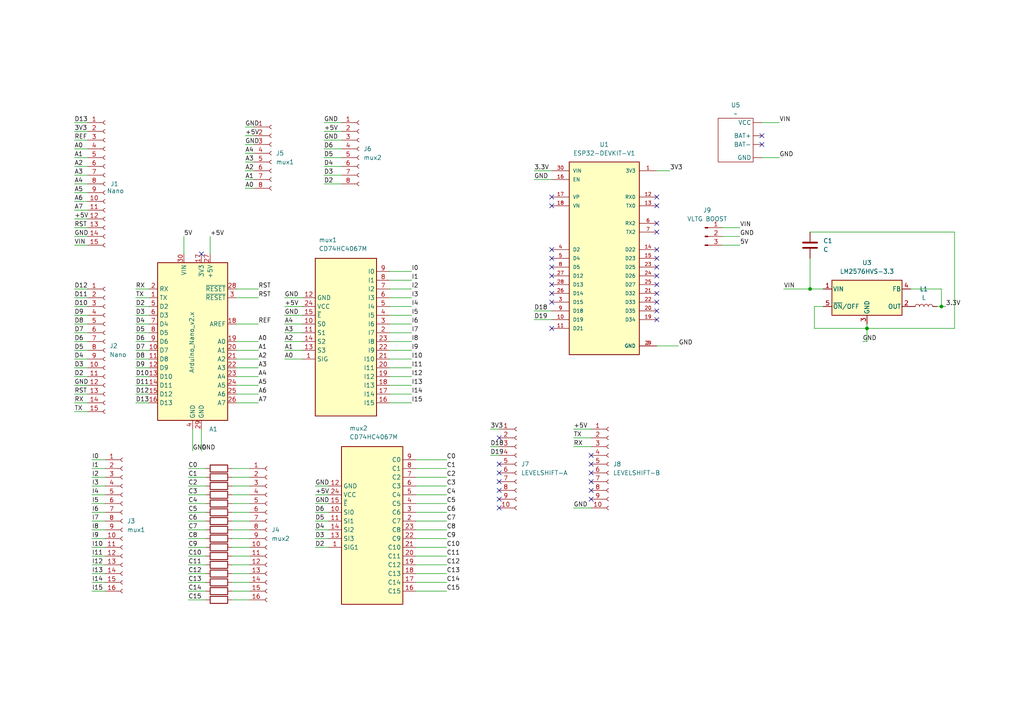
<source format=kicad_sch>
(kicad_sch (version 20231120) (generator "eeschema") (generator_version "8.0")
  (paper "A4")
  (lib_symbols
    (symbol "Battery_Management:TP4056_module"
      (property "Reference" "U" (at -1.524 -11.684 0))
      (symbol "TP4056_module_1_1"
        (pin output line (at 8.89 2.54 180) (length 2.54) (name "BAT+") (number ""))
        (pin output line (at 8.89 0 180) (length 2.54) (name "BAT-") (number ""))
        (pin output line (at 8.89 -3.81 180) (length 2.54) (name "GND") (number ""))
        (pin output line (at 8.89 6.35 180) (length 2.54) (name "VCC") (number ""))
      )
    )
    (symbol "CD74HC4067M_1"
      (property "Reference" "U3" (at 2.1941 26.67 0))
      (property "Value" "CD74HC4067M" (at 2.1941 24.13 0))
      (symbol "CD74HC4067M_1_1_1"
        (pin passive line (at -12.7 -7.62 0) (length 3.81) (name "SIG") (number "1"))
        (pin input line (at -12.7 2.54 0) (length 3.81) (name "S0") (number "10"))
        (pin input line (at -12.7 0 0) (length 3.81) (name "S1") (number "11"))
        (pin power_in line (at -12.7 10.16 0) (length 3.81) (name "GND") (number "12"))
        (pin input line (at -12.7 -5.08 0) (length 3.81) (name "S3") (number "13"))
        (pin input line (at -12.7 -2.54 0) (length 3.81) (name "S2") (number "14"))
        (pin input line (at -12.7 5.08 0) (length 3.81) (name "~{E}") (number "15"))
        (pin passive line (at 12.7 -20.32 180) (length 3.81) (name "I15") (number "16"))
        (pin passive line (at 12.7 -17.78 180) (length 3.81) (name "I14") (number "17"))
        (pin passive line (at 12.7 -15.24 180) (length 3.81) (name "I13") (number "18"))
        (pin passive line (at 12.7 -12.7 180) (length 3.81) (name "I12") (number "19"))
        (pin passive line (at 12.7 0 180) (length 3.81) (name "I7") (number "2"))
        (pin passive line (at 12.7 -10.16 180) (length 3.81) (name "I11") (number "20"))
        (pin passive line (at 12.7 -7.62 180) (length 3.81) (name "I10") (number "21"))
        (pin passive line (at 12.7 -5.08 180) (length 3.81) (name "I9") (number "22"))
        (pin passive line (at 12.7 -2.54 180) (length 3.81) (name "I8") (number "23"))
        (pin power_in line (at -12.7 7.62 0) (length 3.81) (name "VCC") (number "24"))
        (pin passive line (at 12.7 2.54 180) (length 3.81) (name "I6") (number "3"))
        (pin passive line (at 12.7 5.08 180) (length 3.81) (name "I5") (number "4"))
        (pin passive line (at 12.7 7.62 180) (length 3.81) (name "I4") (number "5"))
        (pin passive line (at 12.7 10.16 180) (length 3.81) (name "I3") (number "6"))
        (pin passive line (at 12.7 12.7 180) (length 3.81) (name "I2") (number "7"))
        (pin passive line (at 12.7 15.24 180) (length 3.81) (name "I1") (number "8"))
        (pin passive line (at 12.7 17.78 180) (length 3.81) (name "I0") (number "9"))
      )
    )
    (symbol "CD74HC4067M_2"
      (property "Reference" "U1" (at 2.1941 26.67 0))
      (property "Value" "CD74HC4067M" (at 2.1941 24.13 0))
      (symbol "CD74HC4067M_2_1_1"
        (pin passive line (at -12.7 -7.62 0) (length 3.81) (name "SIG1") (number "1"))
        (pin input line (at -12.7 2.54 0) (length 3.81) (name "SI0") (number "10"))
        (pin input line (at -12.7 0 0) (length 3.81) (name "SI1") (number "11"))
        (pin power_in line (at -12.7 10.16 0) (length 3.81) (name "GND") (number "12"))
        (pin input line (at -12.7 -5.08 0) (length 3.81) (name "SI3") (number "13"))
        (pin input line (at -12.7 -2.54 0) (length 3.81) (name "SI2") (number "14"))
        (pin input line (at -12.7 5.08 0) (length 3.81) (name "~{E}") (number "15"))
        (pin passive line (at 12.7 -20.32 180) (length 3.81) (name "C15") (number "16"))
        (pin passive line (at 12.7 -17.78 180) (length 3.81) (name "C14") (number "17"))
        (pin passive line (at 12.7 -15.24 180) (length 3.81) (name "C13") (number "18"))
        (pin passive line (at 12.7 -12.7 180) (length 3.81) (name "C12") (number "19"))
        (pin passive line (at 12.7 0 180) (length 3.81) (name "C7") (number "2"))
        (pin passive line (at 12.7 -10.16 180) (length 3.81) (name "C11") (number "20"))
        (pin passive line (at 12.7 -7.62 180) (length 3.81) (name "C10") (number "21"))
        (pin passive line (at 12.7 -5.08 180) (length 3.81) (name "C9") (number "22"))
        (pin passive line (at 12.7 -2.54 180) (length 3.81) (name "C8") (number "23"))
        (pin power_in line (at -12.7 7.62 0) (length 3.81) (name "VCC") (number "24"))
        (pin passive line (at 12.7 2.54 180) (length 3.81) (name "C6") (number "3"))
        (pin passive line (at 12.7 5.08 180) (length 3.81) (name "C5") (number "4"))
        (pin passive line (at 12.7 7.62 180) (length 3.81) (name "C4") (number "5"))
        (pin passive line (at 12.7 10.16 180) (length 3.81) (name "C3") (number "6"))
        (pin passive line (at 12.7 12.7 180) (length 3.81) (name "C2") (number "7"))
        (pin passive line (at 12.7 15.24 180) (length 3.81) (name "C1") (number "8"))
        (pin passive line (at 12.7 17.78 180) (length 3.81) (name "C0") (number "9"))
      )
    )
    (symbol "Conn_01x15_Socket_1" (pin_names (offset 1.016) hide)
      (property "Reference" "J2" (at 1.27 1.2701 0))
      (property "Value" "Nano" (at 1.27 -1.2699 0))
      (symbol "Conn_01x15_Socket_1_1_1"
        (pin passive line (at -5.08 17.78 0) (length 3.81) (name "Pin_1") (number "1"))
        (pin passive line (at -5.08 -5.08 0) (length 3.81) (name "Pin_10") (number "10"))
        (pin passive line (at -5.08 -7.62 0) (length 3.81) (name "Pin_11") (number "11"))
        (pin input line (at -5.08 -10.16 0) (length 3.81) (name "Pin_12") (number "12"))
        (pin passive line (at -5.08 -12.7 0) (length 3.81) (name "Pin_13") (number "13"))
        (pin passive line (at -5.08 -15.24 0) (length 3.81) (name "Pin_14") (number "14"))
        (pin passive line (at -5.08 -17.78 0) (length 3.81) (name "Pin_15") (number "15"))
        (pin passive line (at -5.08 15.24 0) (length 3.81) (name "Pin_2") (number "2"))
        (pin passive line (at -5.08 12.7 0) (length 3.81) (name "Pin_3") (number "3"))
        (pin passive line (at -5.08 10.16 0) (length 3.81) (name "Pin_4") (number "4"))
        (pin passive line (at -5.08 7.62 0) (length 3.81) (name "Pin_5") (number "5"))
        (pin passive line (at -5.08 5.08 0) (length 3.81) (name "Pin_6") (number "6"))
        (pin passive line (at -5.08 2.54 0) (length 3.81) (name "Pin_7") (number "7"))
        (pin passive line (at -5.08 0 0) (length 3.81) (name "Pin_8") (number "8"))
        (pin passive line (at -5.08 -2.54 0) (length 3.81) (name "Pin_9") (number "9"))
      )
    )
    (symbol "Connector:Conn_01x03_Pin" (pin_names (offset 1.016) hide)
      (property "Reference" "J" (at 0 5.08 0))
      (property "Value" "Conn_01x03_Pin" (at 0 -5.08 0))
      (symbol "Conn_01x03_Pin_1_1"
        (pin passive line (at 5.08 2.54 180) (length 3.81) (name "Pin_1") (number "1"))
        (pin passive line (at 5.08 0 180) (length 3.81) (name "Pin_2") (number "2"))
        (pin passive line (at 5.08 -2.54 180) (length 3.81) (name "Pin_3") (number "3"))
      )
    )
    (symbol "Connector:Conn_01x08_Socket" (pin_names (offset 1.016) hide)
      (property "Reference" "J" (at 0 10.16 0))
      (property "Value" "Conn_01x08_Socket" (at 0 -12.7 0))
      (symbol "Conn_01x08_Socket_1_1"
        (pin passive line (at -5.08 7.62 0) (length 3.81) (name "Pin_1") (number "1"))
        (pin passive line (at -5.08 5.08 0) (length 3.81) (name "Pin_2") (number "2"))
        (pin passive line (at -5.08 2.54 0) (length 3.81) (name "Pin_3") (number "3"))
        (pin passive line (at -5.08 0 0) (length 3.81) (name "Pin_4") (number "4"))
        (pin passive line (at -5.08 -2.54 0) (length 3.81) (name "Pin_5") (number "5"))
        (pin passive line (at -5.08 -5.08 0) (length 3.81) (name "Pin_6") (number "6"))
        (pin passive line (at -5.08 -7.62 0) (length 3.81) (name "Pin_7") (number "7"))
        (pin passive line (at -5.08 -10.16 0) (length 3.81) (name "Pin_8") (number "8"))
      )
    )
    (symbol "Connector:Conn_01x10_Socket" (pin_names (offset 1.016) hide)
      (property "Reference" "J" (at 0 12.7 0))
      (property "Value" "Conn_01x10_Socket" (at 0 -15.24 0))
      (symbol "Conn_01x10_Socket_1_1"
        (pin passive line (at -5.08 10.16 0) (length 3.81) (name "Pin_1") (number "1"))
        (pin passive line (at -5.08 -12.7 0) (length 3.81) (name "Pin_10") (number "10"))
        (pin passive line (at -5.08 7.62 0) (length 3.81) (name "Pin_2") (number "2"))
        (pin passive line (at -5.08 5.08 0) (length 3.81) (name "Pin_3") (number "3"))
        (pin passive line (at -5.08 2.54 0) (length 3.81) (name "Pin_4") (number "4"))
        (pin passive line (at -5.08 0 0) (length 3.81) (name "Pin_5") (number "5"))
        (pin passive line (at -5.08 -2.54 0) (length 3.81) (name "Pin_6") (number "6"))
        (pin passive line (at -5.08 -5.08 0) (length 3.81) (name "Pin_7") (number "7"))
        (pin passive line (at -5.08 -7.62 0) (length 3.81) (name "Pin_8") (number "8"))
        (pin passive line (at -5.08 -10.16 0) (length 3.81) (name "Pin_9") (number "9"))
      )
    )
    (symbol "Connector:Conn_01x15_Socket" (pin_names (offset 1.016) hide)
      (property "Reference" "J1" (at 1.524 0 0))
      (property "Value" "Nano" (at 0.508 -2.032 0))
      (symbol "Conn_01x15_Socket_1_1"
        (pin passive line (at -5.08 17.78 0) (length 3.81) (name "Pin_1") (number "1"))
        (pin passive line (at -5.08 -5.08 0) (length 3.81) (name "Pin_10") (number "10"))
        (pin passive line (at -5.08 -7.62 0) (length 3.81) (name "Pin_11") (number "11"))
        (pin passive line (at -5.08 -10.16 0) (length 3.81) (name "Pin_12") (number "12"))
        (pin passive line (at -5.08 -12.7 0) (length 3.81) (name "Pin_13") (number "13"))
        (pin input line (at -5.08 -15.24 0) (length 3.81) (name "Pin_14") (number "14"))
        (pin passive line (at -5.08 -17.78 0) (length 3.81) (name "Pin_15") (number "15"))
        (pin passive line (at -5.08 15.24 0) (length 3.81) (name "Pin_2") (number "2"))
        (pin passive line (at -5.08 12.7 0) (length 3.81) (name "Pin_3") (number "3"))
        (pin passive line (at -5.08 10.16 0) (length 3.81) (name "Pin_4") (number "4"))
        (pin passive line (at -5.08 7.62 0) (length 3.81) (name "Pin_5") (number "5"))
        (pin passive line (at -5.08 5.08 0) (length 3.81) (name "Pin_6") (number "6"))
        (pin passive line (at -5.08 2.54 0) (length 3.81) (name "Pin_7") (number "7"))
        (pin passive line (at -5.08 0 0) (length 3.81) (name "Pin_8") (number "8"))
        (pin passive line (at -5.08 -2.54 0) (length 3.81) (name "Pin_9") (number "9"))
      )
    )
    (symbol "Connector:Conn_01x16_Socket" (pin_names (offset 1.016) hide)
      (property "Reference" "J" (at 0 20.32 0))
      (property "Value" "Conn_01x16_Socket" (at 0 -22.86 0))
      (symbol "Conn_01x16_Socket_1_1"
        (pin passive line (at -5.08 17.78 0) (length 3.81) (name "Pin_1") (number "1"))
        (pin passive line (at -5.08 -5.08 0) (length 3.81) (name "Pin_10") (number "10"))
        (pin passive line (at -5.08 -7.62 0) (length 3.81) (name "Pin_11") (number "11"))
        (pin passive line (at -5.08 -10.16 0) (length 3.81) (name "Pin_12") (number "12"))
        (pin passive line (at -5.08 -12.7 0) (length 3.81) (name "Pin_13") (number "13"))
        (pin passive line (at -5.08 -15.24 0) (length 3.81) (name "Pin_14") (number "14"))
        (pin passive line (at -5.08 -17.78 0) (length 3.81) (name "Pin_15") (number "15"))
        (pin passive line (at -5.08 -20.32 0) (length 3.81) (name "Pin_16") (number "16"))
        (pin passive line (at -5.08 15.24 0) (length 3.81) (name "Pin_2") (number "2"))
        (pin passive line (at -5.08 12.7 0) (length 3.81) (name "Pin_3") (number "3"))
        (pin passive line (at -5.08 10.16 0) (length 3.81) (name "Pin_4") (number "4"))
        (pin passive line (at -5.08 7.62 0) (length 3.81) (name "Pin_5") (number "5"))
        (pin passive line (at -5.08 5.08 0) (length 3.81) (name "Pin_6") (number "6"))
        (pin passive line (at -5.08 2.54 0) (length 3.81) (name "Pin_7") (number "7"))
        (pin passive line (at -5.08 0 0) (length 3.81) (name "Pin_8") (number "8"))
        (pin passive line (at -5.08 -2.54 0) (length 3.81) (name "Pin_9") (number "9"))
      )
    )
    (symbol "Device:C" (pin_numbers hide) (pin_names (offset 0.254))
      (property "Reference" "C" (at 0.635 2.54 0))
      (property "Value" "C" (at 0.635 -2.54 0))
      (symbol "C_1_1"
        (pin passive line (at 0 3.81 270) (length 2.794) (name "~") (number "1"))
        (pin passive line (at 0 -3.81 90) (length 2.794) (name "~") (number "2"))
      )
    )
    (symbol "Device:L" (pin_numbers hide) (pin_names (offset 1.016) hide)
      (property "Reference" "L" (at -1.27 0 90))
      (property "Value" "L" (at 1.905 0 90))
      (symbol "L_1_1"
        (pin passive line (at 0 3.81 270) (length 1.27) (name "1") (number "1"))
        (pin passive line (at 0 -3.81 90) (length 1.27) (name "2") (number "2"))
      )
    )
    (symbol "Device:R" (pin_numbers hide) (pin_names (offset 0))
      (property "Reference" "R" (at 2.032 0 90))
      (property "Value" "R" (at 0 0 90))
      (symbol "R_1_1"
        (pin passive line (at 0 3.81 270) (length 1.27) (name "~") (number "1"))
        (pin passive line (at 0 -3.81 90) (length 1.27) (name "~") (number "2"))
      )
    )
    (symbol "ESP32-DEVKIT-V1:ESP32-DEVKIT-V1" (pin_names (offset 1.016))
      (property "Reference" "U" (at -10.16 30.48 0))
      (property "Value" "ESP32-DEVKIT-V1" (at -10.16 -30.48 0))
      (symbol "ESP32-DEVKIT-V1_0_0"
        (pin output line (at 15.24 25.4 180) (length 5.08) (name "3V3") (number "1"))
        (pin bidirectional line (at -15.24 -17.78 0) (length 5.08) (name "D19") (number "10"))
        (pin bidirectional line (at -15.24 -20.32 0) (length 5.08) (name "D21") (number "11"))
        (pin input line (at 15.24 17.78 180) (length 5.08) (name "RX0") (number "12"))
        (pin output line (at 15.24 15.24 180) (length 5.08) (name "TX0") (number "13"))
        (pin bidirectional line (at 15.24 2.54 180) (length 5.08) (name "D22") (number "14"))
        (pin bidirectional line (at 15.24 0 180) (length 5.08) (name "D23") (number "15"))
        (pin input line (at -15.24 22.86 0) (length 5.08) (name "EN") (number "16"))
        (pin bidirectional line (at -15.24 17.78 0) (length 5.08) (name "VP") (number "17"))
        (pin bidirectional line (at -15.24 15.24 0) (length 5.08) (name "VN") (number "18"))
        (pin bidirectional line (at 15.24 -17.78 180) (length 5.08) (name "D34") (number "19"))
        (pin power_in line (at 15.24 -25.4 180) (length 5.08) (name "GND") (number "2"))
        (pin bidirectional line (at 15.24 -15.24 180) (length 5.08) (name "D35") (number "20"))
        (pin bidirectional line (at 15.24 -10.16 180) (length 5.08) (name "D32") (number "21"))
        (pin bidirectional line (at 15.24 -12.7 180) (length 5.08) (name "D33") (number "22"))
        (pin bidirectional line (at 15.24 -2.54 180) (length 5.08) (name "D25") (number "23"))
        (pin bidirectional line (at 15.24 -5.08 180) (length 5.08) (name "D26") (number "24"))
        (pin bidirectional line (at 15.24 -7.62 180) (length 5.08) (name "D27") (number "25"))
        (pin bidirectional line (at -15.24 -10.16 0) (length 5.08) (name "D14") (number "26"))
        (pin bidirectional line (at -15.24 -5.08 0) (length 5.08) (name "D12") (number "27"))
        (pin bidirectional line (at -15.24 -7.62 0) (length 5.08) (name "D13") (number "28"))
        (pin power_in line (at 15.24 -25.4 180) (length 5.08) (name "GND") (number "29"))
        (pin bidirectional line (at -15.24 -12.7 0) (length 5.08) (name "D15") (number "3"))
        (pin input line (at -15.24 25.4 0) (length 5.08) (name "VIN") (number "30"))
        (pin bidirectional line (at -15.24 2.54 0) (length 5.08) (name "D2") (number "4"))
        (pin bidirectional line (at -15.24 0 0) (length 5.08) (name "D4") (number "5"))
        (pin input line (at 15.24 10.16 180) (length 5.08) (name "RX2") (number "6"))
        (pin output line (at 15.24 7.62 180) (length 5.08) (name "TX2") (number "7"))
        (pin bidirectional line (at -15.24 -2.54 0) (length 5.08) (name "D5") (number "8"))
        (pin bidirectional line (at -15.24 -15.24 0) (length 5.08) (name "D18") (number "9"))
      )
    )
    (symbol "MCU_Module:Arduino_Nano_v2.x"
      (property "Reference" "A1" (at 4.7341 -25.4 0))
      (property "Value" "Arduino_Nano_v2.x" (at -0.254 -9.144 90))
      (symbol "Arduino_Nano_v2.x_1_1"
        (pin bidirectional line (at -12.7 12.7 0) (length 2.54) (name "TX") (number "1"))
        (pin bidirectional line (at -12.7 -2.54 0) (length 2.54) (name "D7") (number "10"))
        (pin bidirectional line (at -12.7 -5.08 0) (length 2.54) (name "D8") (number "11"))
        (pin bidirectional line (at -12.7 -7.62 0) (length 2.54) (name "D9") (number "12"))
        (pin bidirectional line (at -12.7 -10.16 0) (length 2.54) (name "D10") (number "13"))
        (pin bidirectional line (at -12.7 -12.7 0) (length 2.54) (name "D11") (number "14"))
        (pin bidirectional line (at -12.7 -15.24 0) (length 2.54) (name "D12") (number "15"))
        (pin bidirectional line (at -12.7 -17.78 0) (length 2.54) (name "D13") (number "16"))
        (pin power_out line (at 2.54 25.4 270) (length 2.54) (name "3V3") (number "17"))
        (pin input line (at 12.7 5.08 180) (length 2.54) (name "AREF") (number "18"))
        (pin bidirectional line (at 12.7 0 180) (length 2.54) (name "A0") (number "19"))
        (pin bidirectional line (at -12.7 15.24 0) (length 2.54) (name "RX") (number "2"))
        (pin bidirectional line (at 12.7 -2.54 180) (length 2.54) (name "A1") (number "20"))
        (pin bidirectional line (at 12.7 -5.08 180) (length 2.54) (name "A2") (number "21"))
        (pin bidirectional line (at 12.7 -7.62 180) (length 2.54) (name "A3") (number "22"))
        (pin bidirectional line (at 12.7 -10.16 180) (length 2.54) (name "A4") (number "23"))
        (pin bidirectional line (at 12.7 -12.7 180) (length 2.54) (name "A5") (number "24"))
        (pin bidirectional line (at 12.7 -15.24 180) (length 2.54) (name "A6") (number "25"))
        (pin bidirectional line (at 12.7 -17.78 180) (length 2.54) (name "A7") (number "26"))
        (pin power_out line (at 5.08 25.4 270) (length 2.54) (name "+5V") (number "27"))
        (pin input line (at 12.7 15.24 180) (length 2.54) (name "~{RESET}") (number "28"))
        (pin power_in line (at 2.54 -25.4 90) (length 2.54) (name "GND") (number "29"))
        (pin input line (at 12.7 12.7 180) (length 2.54) (name "~{RESET}") (number "3"))
        (pin power_in line (at -2.54 25.4 270) (length 2.54) (name "VIN") (number "30"))
        (pin power_in line (at 0 -25.4 90) (length 2.54) (name "GND") (number "4"))
        (pin bidirectional line (at -12.7 10.16 0) (length 2.54) (name "D2") (number "5"))
        (pin bidirectional line (at -12.7 7.62 0) (length 2.54) (name "D3") (number "6"))
        (pin bidirectional line (at -12.7 5.08 0) (length 2.54) (name "D4") (number "7"))
        (pin bidirectional line (at -12.7 2.54 0) (length 2.54) (name "D5") (number "8"))
        (pin bidirectional line (at -12.7 0 0) (length 2.54) (name "D6") (number "9"))
      )
    )
    (symbol "Regulator_Switching:LM2576HVS-3.3" (pin_names (offset 0.254))
      (property "Reference" "U" (at -10.16 6.35 0))
      (property "Value" "LM2576HVS-3.3" (at 0 6.35 0))
      (symbol "LM2576HVS-3.3_1_1"
        (pin power_in line (at -12.7 2.54 0) (length 2.54) (name "VIN") (number "1"))
        (pin output line (at 12.7 -2.54 180) (length 2.54) (name "OUT") (number "2"))
        (pin power_in line (at 0 -7.62 90) (length 2.54) (name "GND") (number "3"))
        (pin input line (at 12.7 2.54 180) (length 2.54) (name "FB") (number "4"))
        (pin input line (at -12.7 -2.54 0) (length 2.54) (name "~{ON}/OFF") (number "5"))
      )
    )
  )
  (junction (at 234.95 83.82))
  (junction (at 273.05 88.9))
  (junction (at 251.46 95.25))
  (no_connect (at 160.02 80.01))
  (no_connect (at 160.02 87.63))
  (no_connect (at 160.02 82.55))
  (no_connect (at 171.45 137.16))
  (no_connect (at 144.78 142.24))
  (no_connect (at 171.45 144.78))
  (no_connect (at 190.5 72.39))
  (no_connect (at 220.98 39.37))
  (no_connect (at 144.78 147.32))
  (no_connect (at 160.02 95.25))
  (no_connect (at 171.45 134.62))
  (no_connect (at 160.02 85.09))
  (no_connect (at 190.5 74.93))
  (no_connect (at 144.78 139.7))
  (no_connect (at 190.5 57.15))
  (no_connect (at 190.5 67.31))
  (no_connect (at 190.5 92.71))
  (no_connect (at 190.5 85.09))
  (no_connect (at 144.78 134.62))
  (no_connect (at 190.5 80.01))
  (no_connect (at 160.02 59.69))
  (no_connect (at 171.45 132.08))
  (no_connect (at 190.5 64.77))
  (no_connect (at 160.02 72.39))
  (no_connect (at 171.45 139.7))
  (no_connect (at 190.5 87.63))
  (no_connect (at 160.02 57.15))
  (no_connect (at 190.5 77.47))
  (no_connect (at 190.5 90.17))
  (no_connect (at 144.78 137.16))
  (no_connect (at 160.02 74.93))
  (no_connect (at 171.45 142.24))
  (no_connect (at 160.02 77.47))
  (no_connect (at 144.78 127))
  (no_connect (at 58.42 73.66))
  (no_connect (at 190.5 82.55))
  (no_connect (at 190.5 59.69))
  (no_connect (at 220.98 41.91))
  (no_connect (at 144.78 144.78))
  (wire (pts (xy 113.03 91.44) (xy 119.38 91.44)))
  (wire (pts (xy 68.58 86.36) (xy 74.93 86.36)))
  (wire (pts (xy 21.59 96.52) (xy 25.4 96.52)))
  (wire (pts (xy 39.37 114.3) (xy 43.18 114.3)))
  (wire (pts (xy 82.55 91.44) (xy 87.63 91.44)))
  (wire (pts (xy 26.67 158.75) (xy 30.48 158.75)))
  (wire (pts (xy 21.59 38.1) (xy 25.4 38.1)))
  (wire (pts (xy 71.12 52.07) (xy 73.66 52.07)))
  (wire (pts (xy 21.59 93.98) (xy 25.4 93.98)))
  (wire (pts (xy 21.59 114.3) (xy 25.4 114.3)))
  (wire (pts (xy 21.59 109.22) (xy 25.4 109.22)))
  (wire (pts (xy 39.37 91.44) (xy 43.18 91.44)))
  (wire (pts (xy 26.67 161.29) (xy 30.48 161.29)))
  (wire (pts (xy 39.37 116.84) (xy 43.18 116.84)))
  (wire (pts (xy 21.59 91.44) (xy 25.4 91.44)))
  (wire (pts (xy 142.24 124.46) (xy 144.78 124.46)))
  (wire (pts (xy 113.03 93.98) (xy 119.38 93.98)))
  (wire (pts (xy 93.98 53.34) (xy 99.06 53.34)))
  (wire (pts (xy 21.59 68.58) (xy 25.4 68.58)))
  (wire (pts (xy 113.03 81.28) (xy 119.38 81.28)))
  (wire (pts (xy 39.37 93.98) (xy 43.18 93.98)))
  (wire (pts (xy 93.98 48.26) (xy 99.06 48.26)))
  (wire (pts (xy 21.59 101.6) (xy 25.4 101.6)))
  (wire (pts (xy 21.59 43.18) (xy 25.4 43.18)))
  (wire (pts (xy 26.67 135.89) (xy 30.48 135.89)))
  (wire (pts (xy 53.34 68.58) (xy 53.34 73.66)))
  (wire (pts (xy 67.31 135.89) (xy 72.39 135.89)))
  (wire (pts (xy 55.88 124.46) (xy 55.88 130.81)))
  (wire (pts (xy 113.03 99.06) (xy 119.38 99.06)))
  (wire (pts (xy 68.58 99.06) (xy 74.93 99.06)))
  (wire (pts (xy 67.31 163.83) (xy 72.39 163.83)))
  (wire (pts (xy 93.98 43.18) (xy 99.06 43.18)))
  (wire (pts (xy 120.65 140.97) (xy 129.54 140.97)))
  (wire (pts (xy 91.44 151.13) (xy 95.25 151.13)))
  (wire (pts (xy 68.58 93.98) (xy 74.93 93.98)))
  (wire (pts (xy 271.78 88.9) (xy 273.05 88.9)))
  (wire (pts (xy 82.55 101.6) (xy 87.63 101.6)))
  (wire (pts (xy 91.44 153.67) (xy 95.25 153.67)))
  (wire (pts (xy 113.03 111.76) (xy 119.38 111.76)))
  (wire (pts (xy 166.37 129.54) (xy 171.45 129.54)))
  (wire (pts (xy 71.12 39.37) (xy 73.66 39.37)))
  (wire (pts (xy 39.37 106.68) (xy 43.18 106.68)))
  (wire (pts (xy 21.59 60.96) (xy 25.4 60.96)))
  (wire (pts (xy 82.55 99.06) (xy 87.63 99.06)))
  (wire (pts (xy 273.05 88.9) (xy 274.32 88.9)))
  (wire (pts (xy 71.12 49.53) (xy 73.66 49.53)))
  (wire (pts (xy 39.37 104.14) (xy 43.18 104.14)))
  (wire (pts (xy 250.19 99.06) (xy 251.46 99.06)))
  (wire (pts (xy 71.12 41.91) (xy 73.66 41.91)))
  (wire (pts (xy 234.95 83.82) (xy 238.76 83.82)))
  (wire (pts (xy 166.37 147.32) (xy 171.45 147.32)))
  (wire (pts (xy 26.67 143.51) (xy 30.48 143.51)))
  (wire (pts (xy 67.31 143.51) (xy 72.39 143.51)))
  (wire (pts (xy 142.24 129.54) (xy 144.78 129.54)))
  (wire (pts (xy 67.31 153.67) (xy 72.39 153.67)))
  (wire (pts (xy 54.61 163.83) (xy 59.69 163.83)))
  (wire (pts (xy 113.03 101.6) (xy 119.38 101.6)))
  (wire (pts (xy 113.03 109.22) (xy 119.38 109.22)))
  (wire (pts (xy 68.58 111.76) (xy 74.93 111.76)))
  (wire (pts (xy 26.67 168.91) (xy 30.48 168.91)))
  (wire (pts (xy 276.86 67.31) (xy 276.86 95.25)))
  (wire (pts (xy 21.59 50.8) (xy 25.4 50.8)))
  (wire (pts (xy 91.44 140.97) (xy 95.25 140.97)))
  (wire (pts (xy 67.31 156.21) (xy 72.39 156.21)))
  (wire (pts (xy 93.98 45.72) (xy 99.06 45.72)))
  (wire (pts (xy 234.95 74.93) (xy 234.95 83.82)))
  (wire (pts (xy 120.65 161.29) (xy 129.54 161.29)))
  (wire (pts (xy 54.61 143.51) (xy 59.69 143.51)))
  (wire (pts (xy 82.55 104.14) (xy 87.63 104.14)))
  (wire (pts (xy 68.58 109.22) (xy 74.93 109.22)))
  (wire (pts (xy 120.65 158.75) (xy 129.54 158.75)))
  (wire (pts (xy 264.16 83.82) (xy 273.05 83.82)))
  (wire (pts (xy 93.98 35.56) (xy 99.06 35.56)))
  (wire (pts (xy 39.37 86.36) (xy 43.18 86.36)))
  (wire (pts (xy 26.67 166.37) (xy 30.48 166.37)))
  (wire (pts (xy 26.67 146.05) (xy 30.48 146.05)))
  (wire (pts (xy 68.58 83.82) (xy 74.93 83.82)))
  (wire (pts (xy 142.24 132.08) (xy 144.78 132.08)))
  (wire (pts (xy 21.59 66.04) (xy 25.4 66.04)))
  (wire (pts (xy 93.98 40.64) (xy 99.06 40.64)))
  (wire (pts (xy 120.65 135.89) (xy 129.54 135.89)))
  (wire (pts (xy 209.55 68.58) (xy 214.63 68.58)))
  (wire (pts (xy 220.98 45.72) (xy 226.06 45.72)))
  (wire (pts (xy 113.03 104.14) (xy 119.38 104.14)))
  (wire (pts (xy 21.59 55.88) (xy 25.4 55.88)))
  (wire (pts (xy 54.61 153.67) (xy 59.69 153.67)))
  (wire (pts (xy 26.67 163.83) (xy 30.48 163.83)))
  (wire (pts (xy 251.46 93.98) (xy 251.46 95.25)))
  (wire (pts (xy 21.59 83.82) (xy 25.4 83.82)))
  (wire (pts (xy 93.98 50.8) (xy 99.06 50.8)))
  (wire (pts (xy 238.76 88.9) (xy 236.22 88.9)))
  (wire (pts (xy 54.61 156.21) (xy 59.69 156.21)))
  (wire (pts (xy 39.37 99.06) (xy 43.18 99.06)))
  (wire (pts (xy 154.94 52.07) (xy 160.02 52.07)))
  (wire (pts (xy 82.55 93.98) (xy 87.63 93.98)))
  (wire (pts (xy 54.61 166.37) (xy 59.69 166.37)))
  (wire (pts (xy 91.44 156.21) (xy 95.25 156.21)))
  (wire (pts (xy 26.67 148.59) (xy 30.48 148.59)))
  (wire (pts (xy 227.33 83.82) (xy 234.95 83.82)))
  (wire (pts (xy 71.12 54.61) (xy 73.66 54.61)))
  (wire (pts (xy 67.31 140.97) (xy 72.39 140.97)))
  (wire (pts (xy 190.5 49.53) (xy 194.31 49.53)))
  (wire (pts (xy 67.31 166.37) (xy 72.39 166.37)))
  (wire (pts (xy 209.55 66.04) (xy 214.63 66.04)))
  (wire (pts (xy 67.31 151.13) (xy 72.39 151.13)))
  (wire (pts (xy 21.59 63.5) (xy 25.4 63.5)))
  (wire (pts (xy 251.46 95.25) (xy 251.46 99.06)))
  (wire (pts (xy 91.44 143.51) (xy 95.25 143.51)))
  (wire (pts (xy 21.59 104.14) (xy 25.4 104.14)))
  (wire (pts (xy 21.59 99.06) (xy 25.4 99.06)))
  (wire (pts (xy 68.58 114.3) (xy 74.93 114.3)))
  (wire (pts (xy 39.37 88.9) (xy 43.18 88.9)))
  (wire (pts (xy 67.31 168.91) (xy 72.39 168.91)))
  (wire (pts (xy 113.03 116.84) (xy 119.38 116.84)))
  (wire (pts (xy 54.61 138.43) (xy 59.69 138.43)))
  (wire (pts (xy 54.61 151.13) (xy 59.69 151.13)))
  (wire (pts (xy 236.22 95.25) (xy 251.46 95.25)))
  (wire (pts (xy 113.03 88.9) (xy 119.38 88.9)))
  (wire (pts (xy 209.55 71.12) (xy 214.63 71.12)))
  (wire (pts (xy 21.59 53.34) (xy 25.4 53.34)))
  (wire (pts (xy 54.61 168.91) (xy 59.69 168.91)))
  (wire (pts (xy 67.31 173.99) (xy 72.39 173.99)))
  (wire (pts (xy 120.65 168.91) (xy 129.54 168.91)))
  (wire (pts (xy 113.03 83.82) (xy 119.38 83.82)))
  (wire (pts (xy 82.55 96.52) (xy 87.63 96.52)))
  (wire (pts (xy 113.03 96.52) (xy 119.38 96.52)))
  (wire (pts (xy 120.65 151.13) (xy 129.54 151.13)))
  (wire (pts (xy 120.65 138.43) (xy 129.54 138.43)))
  (wire (pts (xy 120.65 146.05) (xy 129.54 146.05)))
  (wire (pts (xy 21.59 58.42) (xy 25.4 58.42)))
  (wire (pts (xy 91.44 158.75) (xy 95.25 158.75)))
  (wire (pts (xy 276.86 95.25) (xy 251.46 95.25)))
  (wire (pts (xy 91.44 146.05) (xy 95.25 146.05)))
  (wire (pts (xy 67.31 148.59) (xy 72.39 148.59)))
  (wire (pts (xy 67.31 171.45) (xy 72.39 171.45)))
  (wire (pts (xy 113.03 86.36) (xy 119.38 86.36)))
  (wire (pts (xy 71.12 44.45) (xy 73.66 44.45)))
  (wire (pts (xy 21.59 48.26) (xy 25.4 48.26)))
  (wire (pts (xy 234.95 67.31) (xy 276.86 67.31)))
  (wire (pts (xy 113.03 114.3) (xy 119.38 114.3)))
  (wire (pts (xy 26.67 156.21) (xy 30.48 156.21)))
  (wire (pts (xy 21.59 86.36) (xy 25.4 86.36)))
  (wire (pts (xy 54.61 173.99) (xy 59.69 173.99)))
  (wire (pts (xy 58.42 124.46) (xy 58.42 130.81)))
  (wire (pts (xy 87.63 86.36) (xy 82.55 86.36)))
  (wire (pts (xy 26.67 171.45) (xy 30.48 171.45)))
  (wire (pts (xy 39.37 96.52) (xy 43.18 96.52)))
  (wire (pts (xy 154.94 92.71) (xy 160.02 92.71)))
  (wire (pts (xy 26.67 153.67) (xy 30.48 153.67)))
  (wire (pts (xy 120.65 148.59) (xy 129.54 148.59)))
  (wire (pts (xy 120.65 166.37) (xy 129.54 166.37)))
  (wire (pts (xy 120.65 156.21) (xy 129.54 156.21)))
  (wire (pts (xy 26.67 140.97) (xy 30.48 140.97)))
  (wire (pts (xy 21.59 106.68) (xy 25.4 106.68)))
  (wire (pts (xy 21.59 40.64) (xy 25.4 40.64)))
  (wire (pts (xy 54.61 171.45) (xy 59.69 171.45)))
  (wire (pts (xy 39.37 83.82) (xy 43.18 83.82)))
  (wire (pts (xy 120.65 163.83) (xy 129.54 163.83)))
  (wire (pts (xy 26.67 133.35) (xy 30.48 133.35)))
  (wire (pts (xy 54.61 148.59) (xy 59.69 148.59)))
  (wire (pts (xy 120.65 133.35) (xy 129.54 133.35)))
  (wire (pts (xy 120.65 171.45) (xy 129.54 171.45)))
  (wire (pts (xy 68.58 104.14) (xy 74.93 104.14)))
  (wire (pts (xy 21.59 35.56) (xy 25.4 35.56)))
  (wire (pts (xy 166.37 127) (xy 171.45 127)))
  (wire (pts (xy 120.65 143.51) (xy 129.54 143.51)))
  (wire (pts (xy 154.94 90.17) (xy 160.02 90.17)))
  (wire (pts (xy 71.12 36.83) (xy 73.66 36.83)))
  (wire (pts (xy 39.37 101.6) (xy 43.18 101.6)))
  (wire (pts (xy 68.58 106.68) (xy 74.93 106.68)))
  (wire (pts (xy 21.59 119.38) (xy 25.4 119.38)))
  (wire (pts (xy 190.5 100.33) (xy 196.85 100.33)))
  (wire (pts (xy 21.59 45.72) (xy 25.4 45.72)))
  (wire (pts (xy 26.67 151.13) (xy 30.48 151.13)))
  (wire (pts (xy 54.61 146.05) (xy 59.69 146.05)))
  (wire (pts (xy 166.37 124.46) (xy 171.45 124.46)))
  (wire (pts (xy 39.37 109.22) (xy 43.18 109.22)))
  (wire (pts (xy 21.59 71.12) (xy 25.4 71.12)))
  (wire (pts (xy 60.96 68.58) (xy 60.96 73.66)))
  (wire (pts (xy 113.03 78.74) (xy 119.38 78.74)))
  (wire (pts (xy 220.98 35.56) (xy 226.06 35.56)))
  (wire (pts (xy 93.98 38.1) (xy 99.06 38.1)))
  (wire (pts (xy 120.65 153.67) (xy 129.54 153.67)))
  (wire (pts (xy 236.22 88.9) (xy 236.22 95.25)))
  (wire (pts (xy 273.05 83.82) (xy 273.05 88.9)))
  (wire (pts (xy 39.37 111.76) (xy 43.18 111.76)))
  (wire (pts (xy 67.31 161.29) (xy 72.39 161.29)))
  (wire (pts (xy 21.59 116.84) (xy 25.4 116.84)))
  (wire (pts (xy 82.55 88.9) (xy 87.63 88.9)))
  (wire (pts (xy 68.58 101.6) (xy 74.93 101.6)))
  (wire (pts (xy 54.61 140.97) (xy 59.69 140.97)))
  (wire (pts (xy 67.31 158.75) (xy 72.39 158.75)))
  (wire (pts (xy 68.58 116.84) (xy 74.93 116.84)))
  (wire (pts (xy 54.61 135.89) (xy 59.69 135.89)))
  (wire (pts (xy 154.94 49.53) (xy 160.02 49.53)))
  (wire (pts (xy 67.31 138.43) (xy 72.39 138.43)))
  (wire (pts (xy 67.31 146.05) (xy 72.39 146.05)))
  (wire (pts (xy 54.61 161.29) (xy 59.69 161.29)))
  (wire (pts (xy 71.12 46.99) (xy 73.66 46.99)))
  (wire (pts (xy 113.03 106.68) (xy 119.38 106.68)))
  (wire (pts (xy 26.67 138.43) (xy 30.48 138.43)))
  (wire (pts (xy 54.61 158.75) (xy 59.69 158.75)))
  (wire (pts (xy 21.59 88.9) (xy 25.4 88.9)))
  (wire (pts (xy 21.59 111.76) (xy 25.4 111.76)))
  (wire (pts (xy 91.44 148.59) (xy 95.25 148.59)))
  (label "3.3V" (at 154.94 49.53 0))
  (label "GND" (at 71.12 41.91 0))
  (label "D8" (at 21.59 93.98 0))
  (label "A2" (at 82.55 99.06 0))
  (label "I9" (at 119.38 101.6 0))
  (label "A5" (at 21.59 55.88 0))
  (label "D3" (at 39.37 91.44 0))
  (label "I13" (at 119.38 111.76 0))
  (label "C1" (at 54.61 138.43 0))
  (label "TX" (at 21.59 119.38 0))
  (label "A4" (at 21.59 53.34 0))
  (label "A7" (at 74.93 116.84 0))
  (label "D11" (at 39.37 111.76 0))
  (label "C11" (at 129.54 161.29 0))
  (label "A0" (at 21.59 43.18 0))
  (label "D19" (at 142.24 132.08 0))
  (label "D6" (at 21.59 99.06 0))
  (label "D7" (at 21.59 96.52 0))
  (label "TX" (at 39.37 86.36 0))
  (label "I7" (at 26.67 151.13 0))
  (label "A3" (at 71.12 46.99 0))
  (label "GND" (at 93.98 35.56 0))
  (label "A3" (at 74.93 106.68 0))
  (label "D5" (at 39.37 96.52 0))
  (label "A0" (at 74.93 99.06 0))
  (label "A4" (at 82.55 93.98 0))
  (label "D18" (at 142.24 129.54 0))
  (label "C7" (at 54.61 153.67 0))
  (label "D12" (at 21.59 83.82 0))
  (label "I8" (at 119.38 99.06 0))
  (label "I10" (at 119.38 104.14 0))
  (label "RST" (at 74.93 83.82 0))
  (label "I7" (at 119.38 96.52 0))
  (label "C7" (at 129.54 151.13 0))
  (label "D3" (at 91.44 156.21 0))
  (label "I9" (at 26.67 156.21 0))
  (label "D4" (at 93.98 48.26 0))
  (label "GND" (at 250.19 99.06 0))
  (label "D4" (at 91.44 153.67 0))
  (label "3V3" (at 21.59 38.1 0))
  (label "A5" (at 74.93 111.76 0))
  (label "A1" (at 21.59 45.72 0))
  (label "GND" (at 58.42 130.81 0))
  (label "C12" (at 54.61 166.37 0))
  (label "D2" (at 93.98 53.34 0))
  (label "I3" (at 119.38 86.36 0))
  (label "C10" (at 54.61 161.29 0))
  (label "+5V" (at 166.37 124.46 0))
  (label "3V3" (at 142.24 124.46 0))
  (label "A2" (at 71.12 49.53 0))
  (label "RX" (at 21.59 116.84 0))
  (label "C9" (at 129.54 156.21 0))
  (label "A1" (at 71.12 52.07 0))
  (label "C11" (at 54.61 163.83 0))
  (label "GND" (at 55.88 130.81 0))
  (label "VIN" (at 226.06 35.56 0))
  (label "C5" (at 129.54 146.05 0))
  (label "D11" (at 21.59 86.36 0))
  (label "C15" (at 54.61 173.99 0))
  (label "D10" (at 39.37 109.22 0))
  (label "A0" (at 82.55 104.14 0))
  (label "I2" (at 26.67 138.43 0))
  (label "I6" (at 119.38 93.98 0))
  (label "C13" (at 54.61 168.91 0))
  (label "I0" (at 26.67 133.35 0))
  (label "C0" (at 54.61 135.89 0))
  (label "RST" (at 21.59 66.04 0))
  (label "A1" (at 74.93 101.6 0))
  (label "I2" (at 119.38 83.82 0))
  (label "I13" (at 26.67 166.37 0))
  (label "A2" (at 21.59 48.26 0))
  (label "+5V" (at 91.44 143.51 0))
  (label "A4" (at 74.93 109.22 0))
  (label "I11" (at 26.67 161.29 0))
  (label "C14" (at 129.54 168.91 0))
  (label "D13" (at 39.37 116.84 0))
  (label "C3" (at 129.54 140.97 0))
  (label "GND" (at 154.94 52.07 0))
  (label "D5" (at 21.59 101.6 0))
  (label "D3" (at 21.59 106.68 0))
  (label "A3" (at 21.59 50.8 0))
  (label "RX" (at 166.37 129.54 0))
  (label "I15" (at 119.38 116.84 0))
  (label "D18" (at 154.94 90.17 0))
  (label "D5" (at 91.44 151.13 0))
  (label "D9" (at 21.59 91.44 0))
  (label "D2" (at 21.59 109.22 0))
  (label "C8" (at 129.54 153.67 0))
  (label "C4" (at 54.61 146.05 0))
  (label "GND" (at 21.59 68.58 0))
  (label "GND" (at 71.12 36.83 0))
  (label "D19" (at 154.94 92.71 0))
  (label "RST" (at 21.59 114.3 0))
  (label "GND" (at 82.55 86.36 0))
  (label "C10" (at 129.54 158.75 0))
  (label "C4" (at 129.54 143.51 0))
  (label "I4" (at 26.67 143.51 0))
  (label "I5" (at 26.67 146.05 0))
  (label "D3" (at 93.98 50.8 0))
  (label "I3" (at 26.67 140.97 0))
  (label "I8" (at 26.67 153.67 0))
  (label "A4" (at 71.12 44.45 0))
  (label "3V3" (at 194.31 49.53 0))
  (label "C6" (at 54.61 151.13 0))
  (label "TX" (at 166.37 127 0))
  (label "GND" (at 93.98 40.64 0))
  (label "D12" (at 39.37 114.3 0))
  (label "D4" (at 21.59 104.14 0))
  (label "A6" (at 74.93 114.3 0))
  (label "+5V" (at 71.12 39.37 0))
  (label "D2" (at 39.37 88.9 0))
  (label "C2" (at 54.61 140.97 0))
  (label "A1" (at 82.55 101.6 0))
  (label "5V" (at 214.63 71.12 0))
  (label "A6" (at 21.59 58.42 0))
  (label "C9" (at 54.61 158.75 0))
  (label "I11" (at 119.38 106.68 0))
  (label "I6" (at 26.67 148.59 0))
  (label "VIN" (at 21.59 71.12 0))
  (label "GND" (at 166.37 147.32 0))
  (label "D6" (at 39.37 99.06 0))
  (label "3.3V" (at 274.32 88.9 0))
  (label "D10" (at 21.59 88.9 0))
  (label "RST" (at 74.93 86.36 0))
  (label "A7" (at 21.59 60.96 0))
  (label "GND" (at 214.63 68.58 0))
  (label "GND" (at 196.85 100.33 0))
  (label "+5V" (at 21.59 63.5 0))
  (label "C13" (at 129.54 166.37 0))
  (label "D8" (at 39.37 104.14 0))
  (label "C3" (at 54.61 143.51 0))
  (label "C12" (at 129.54 163.83 0))
  (label "+5V" (at 82.55 88.9 0))
  (label "I0" (at 119.38 78.74 0))
  (label "A0" (at 71.12 54.61 0))
  (label "I12" (at 26.67 163.83 0))
  (label "VIN" (at 227.33 83.82 0))
  (label "C6" (at 129.54 148.59 0))
  (label "GND" (at 91.44 140.97 0))
  (label "I4" (at 119.38 88.9 0))
  (label "D2" (at 91.44 158.75 0))
  (label "I14" (at 26.67 168.91 0))
  (label "I12" (at 119.38 109.22 0))
  (label "REF" (at 74.93 93.98 0))
  (label "5V" (at 53.34 68.58 0))
  (label "C14" (at 54.61 171.45 0))
  (label "C2" (at 129.54 138.43 0))
  (label "I5" (at 119.38 91.44 0))
  (label "I15" (at 26.67 171.45 0))
  (label "C1" (at 129.54 135.89 0))
  (label "I14" (at 119.38 114.3 0))
  (label "A3" (at 82.55 96.52 0))
  (label "GND" (at 226.06 45.72 0))
  (label "C0" (at 129.54 133.35 0))
  (label "REF" (at 21.59 40.64 0))
  (label "C8" (at 54.61 156.21 0))
  (label "I1" (at 26.67 135.89 0))
  (label "C15" (at 129.54 171.45 0))
  (label "GND" (at 82.55 91.44 0))
  (label "D5" (at 93.98 45.72 0))
  (label "A2" (at 74.93 104.14 0))
  (label "I1" (at 119.38 81.28 0))
  (label "C5" (at 54.61 148.59 0))
  (label "D9" (at 39.37 106.68 0))
  (label "RX" (at 39.37 83.82 0))
  (label "GND" (at 91.44 146.05 0))
  (label "D6" (at 91.44 148.59 0))
  (label "D7" (at 39.37 101.6 0))
  (label "+5V" (at 60.96 68.58 0))
  (label "D6" (at 93.98 43.18 0))
  (label "GND" (at 21.59 111.76 0))
  (label "D4" (at 39.37 93.98 0))
  (label "I10" (at 26.67 158.75 0))
  (label "D13" (at 21.59 35.56 0))
  (label "+5V" (at 93.98 38.1 0))
  (label "VIN" (at 214.63 66.04 0))
  (symbol (lib_id "Device:R") (at 63.5 135.89 90) (unit 1)
    (property "Reference" "R1" (effects (hide yes)))
    (property "Value" "R" (effects (hide yes)))
    (property "Footprint" "Resistor_THT:R_Axial_DIN0204_L3.6mm_D1.6mm_P1.90mm_Vertical" (effects (hide yes)))
    (property "Description" "Resistor" (effects (hide yes)))
  )
  (symbol (lib_id "Device:R") (at 63.5 171.45 90) (unit 1)
    (property "Reference" "R15" (effects (hide yes)))
    (property "Value" "R" (effects (hide yes)))
    (property "Footprint" "Resistor_THT:R_Axial_DIN0204_L3.6mm_D1.6mm_P1.90mm_Vertical" (effects (hide yes)))
    (property "Description" "Resistor" (effects (hide yes)))
  )
  (symbol (lib_name "CD74HC4067M_1") (lib_id "74xx:CD74HC4067M") (at 100.33 96.52 0) (unit 1)
    (property "Reference" "mux1" (at 92.456 69.596 0) (effects (justify left)))
    (property "Value" "CD74HC4067M" (at 92.456 72.136 0) (effects (justify left)))
    (property "Footprint" "Package_SO:SOIC-24W_7.5x15.4mm_P1.27mm" (effects (hide yes)))
    (property "Datasheet" "http://www.ti.com/lit/ds/symlink/cd74hc4067.pdf" (effects (hide yes)))
    (property "Description" "High-Speed CMOS Logic 16-Channel Analog Multiplexer/Demultiplexer, SOIC-24" (effects (hide yes)))
  )
  (symbol (lib_id "Device:L") (at 267.97 88.9 90) (unit 1)
    (property "Reference" "L1" (at 267.97 83.82 90))
    (property "Value" "L" (at 267.97 86.36 90))
    (property "Footprint" "Inductor_THT:L_Axial_L5.0mm_D3.6mm_P10.00mm_Horizontal_Murata_BL01RN1A2A2" (effects (hide yes)))
    (property "Description" "Inductor" (effects (hide yes)))
  )
  (symbol (lib_id "Connector:Conn_01x15_Socket") (at 30.48 53.34 0) (unit 1)
    (property "Reference" "J1" (at 32.004 53.34 0) (effects (justify left)))
    (property "Value" "Nano" (at 30.988 55.372 0) (effects (justify left)))
    (property "Footprint" "Connector_PinSocket_1.00mm:PinSocket_1x15_P1.00mm_Vertical" (effects (hide yes)))
    (property "Description" "Generic connector, single row, 01x15, script generated" (effects (hide yes)))
  )
  (symbol (lib_id "Connector:Conn_01x10_Socket") (at 149.86 134.62 0) (unit 1)
    (property "Reference" "J7" (at 151.13 134.6199 0) (effects (justify left)))
    (property "Value" "LEVELSHIFT-A" (at 151.13 137.1599 0) (effects (justify left)))
    (property "Footprint" "Connector_PinSocket_2.00mm:PinSocket_1x10_P2.00mm_Vertical" (effects (hide yes)))
    (property "Description" "Generic connector, single row, 01x10, script generated" (effects (hide yes)))
  )
  (symbol (lib_id "Device:R") (at 63.5 138.43 90) (unit 1)
    (property "Reference" "R2" (effects (hide yes)))
    (property "Value" "R" (effects (hide yes)))
    (property "Footprint" "Resistor_THT:R_Axial_DIN0204_L3.6mm_D1.6mm_P1.90mm_Vertical" (effects (hide yes)))
    (property "Description" "Resistor" (effects (hide yes)))
  )
  (symbol (lib_id "Device:R") (at 63.5 146.05 90) (unit 1)
    (property "Reference" "R5" (effects (hide yes)))
    (property "Value" "R" (effects (hide yes)))
    (property "Footprint" "Resistor_THT:R_Axial_DIN0204_L3.6mm_D1.6mm_P1.90mm_Vertical" (effects (hide yes)))
    (property "Description" "Resistor" (effects (hide yes)))
  )
  (symbol (lib_id "Battery_Management:TP4056_module") (at 212.09 41.91 0) (unit 1)
    (property "Reference" "U5" (at 213.36 30.48 0))
    (property "Value" "~" (at 213.36 33.02 0))
  )
  (symbol (lib_id "Connector:Conn_01x16_Socket") (at 77.47 153.67 0) (unit 1)
    (property "Reference" "J4" (at 78.74 153.6699 0) (effects (justify left)))
    (property "Value" "mux2" (at 78.74 156.2099 0) (effects (justify left)))
    (property "Footprint" "Connector_PinSocket_1.00mm:PinSocket_1x16_P1.00mm_Vertical" (effects (hide yes)))
    (property "Description" "Generic connector, single row, 01x16, script generated" (effects (hide yes)))
  )
  (symbol (lib_id "Device:R") (at 63.5 143.51 90) (unit 1)
    (property "Reference" "R4" (effects (hide yes)))
    (property "Value" "R" (effects (hide yes)))
    (property "Footprint" "Resistor_THT:R_Axial_DIN0204_L3.6mm_D1.6mm_P1.90mm_Vertical" (effects (hide yes)))
    (property "Description" "Resistor" (effects (hide yes)))
  )
  (symbol (lib_id "Device:R") (at 63.5 166.37 90) (unit 1)
    (property "Reference" "R13" (effects (hide yes)))
    (property "Value" "R" (effects (hide yes)))
    (property "Footprint" "Resistor_THT:R_Axial_DIN0204_L3.6mm_D1.6mm_P1.90mm_Vertical" (effects (hide yes)))
    (property "Description" "Resistor" (effects (hide yes)))
  )
  (symbol (lib_id "Device:R") (at 63.5 161.29 90) (unit 1)
    (property "Reference" "R11" (effects (hide yes)))
    (property "Value" "R" (effects (hide yes)))
    (property "Footprint" "Resistor_THT:R_Axial_DIN0204_L3.6mm_D1.6mm_P1.90mm_Vertical" (effects (hide yes)))
    (property "Description" "Resistor" (effects (hide yes)))
  )
  (symbol (lib_id "Connector:Conn_01x10_Socket") (at 176.53 134.62 0) (unit 1)
    (property "Reference" "J8" (at 177.8 134.6199 0) (effects (justify left)))
    (property "Value" "LEVELSHIFT-B" (at 177.8 137.1599 0) (effects (justify left)))
    (property "Footprint" "Connector_PinSocket_1.00mm:PinSocket_1x10_P1.00mm_Vertical" (effects (hide yes)))
    (property "Description" "Generic connector, single row, 01x10, script generated" (effects (hide yes)))
  )
  (symbol (lib_id "Connector:Conn_01x08_Socket") (at 104.14 43.18 0) (unit 1)
    (property "Reference" "J6" (at 105.41 43.1799 0) (effects (justify left)))
    (property "Value" "mux2" (at 105.41 45.7199 0) (effects (justify left)))
    (property "Footprint" "Connector_PinSocket_1.00mm:PinSocket_1x08_P1.00mm_Vertical" (effects (hide yes)))
    (property "Description" "Generic connector, single row, 01x08, script generated" (effects (hide yes)))
  )
  (symbol (lib_id "Connector:Conn_01x16_Socket") (at 35.56 151.13 0) (unit 1)
    (property "Reference" "J3" (at 36.83 151.1299 0) (effects (justify left)))
    (property "Value" "mux1" (at 36.83 153.6699 0) (effects (justify left)))
    (property "Footprint" "Connector_PinSocket_1.00mm:PinSocket_1x16_P1.00mm_Vertical" (effects (hide yes)))
    (property "Description" "Generic connector, single row, 01x16, script generated" (effects (hide yes)))
  )
  (symbol (lib_id "Device:C") (at 234.95 71.12 0) (unit 1)
    (property "Reference" "C1" (at 238.76 69.8499 0) (effects (justify left)))
    (property "Value" "C" (at 238.76 72.3899 0) (effects (justify left)))
    (property "Footprint" "Capacitor_THT:C_Axial_L3.8mm_D2.6mm_P7.50mm_Horizontal" (effects (hide yes)))
    (property "Description" "Unpolarized capacitor" (effects (hide yes)))
  )
  (symbol (lib_id "Device:R") (at 63.5 151.13 90) (unit 1)
    (property "Reference" "R7" (effects (hide yes)))
    (property "Value" "R" (effects (hide yes)))
    (property "Footprint" "Resistor_THT:R_Axial_DIN0204_L3.6mm_D1.6mm_P1.90mm_Vertical" (effects (hide yes)))
    (property "Description" "Resistor" (effects (hide yes)))
  )
  (symbol (lib_id "ESP32-DEVKIT-V1:ESP32-DEVKIT-V1") (at 175.26 74.93 0) (unit 1)
    (property "Reference" "U1" (at 175.26 41.91 0))
    (property "Value" "ESP32-DEVKIT-V1" (at 175.26 44.45 0))
    (property "Footprint" "ESP32-DEVKIT-V1 (1):MODULE_ESP32_DEVKIT_V1" (effects (hide yes)))
    (property "MF" "Do it" (effects (hide yes)))
    (property "MAXIMUM_PACKAGE_HEIGHT" "6.8 mm" (effects (hide yes)))
    (property "Package" "None" (effects (hide yes)))
    (property "Price" "None" (effects (hide yes)))
    (property "Check_prices" "https://www.snapeda.com/parts/ESP32-DEVKIT-V1/Do+it/view-part/?ref=eda" (effects (hide yes)))
    (property "STANDARD" "Manufacturer Recommendations" (effects (hide yes)))
    (property "PARTREV" "N/A" (effects (hide yes)))
    (property "SnapEDA_Link" "https://www.snapeda.com/parts/ESP32-DEVKIT-V1/Do+it/view-part/?ref=snap" (effects (hide yes)))
    (property "MP" "ESP32-DEVKIT-V1" (effects (hide yes)))
    (property "Description_1" "\n                        \n                            Dual core, Wi-Fi: 2.4 GHz up to 150 Mbits/s,BLE (Bluetooth Low Energy) and legacy Bluetooth, 32 bits, Up to 240 MHz\n                        \n" (effects (hide yes)))
    (property "Availability" "Not in stock" (effects (hide yes)))
    (property "MANUFACTURER" "DOIT" (effects (hide yes)))
  )
  (symbol (lib_id "Device:R") (at 63.5 148.59 90) (unit 1)
    (property "Reference" "R6" (effects (hide yes)))
    (property "Value" "R" (effects (hide yes)))
    (property "Footprint" "Resistor_THT:R_Axial_DIN0204_L3.6mm_D1.6mm_P1.90mm_Vertical" (effects (hide yes)))
    (property "Description" "Resistor" (effects (hide yes)))
  )
  (symbol (lib_id "Connector:Conn_01x03_Pin") (at 204.47 68.58 0) (unit 1)
    (property "Reference" "J9" (at 205.105 60.96 0))
    (property "Value" "VLTG BOOST" (at 205.105 63.5 0))
    (property "Footprint" "Connector_PinHeader_1.00mm:PinHeader_1x03_P1.00mm_Horizontal" (effects (hide yes)))
    (property "Description" "Generic connector, single row, 01x03, script generated" (effects (hide yes)))
  )
  (symbol (lib_id "Regulator_Switching:LM2576HVS-3.3") (at 251.46 86.36 0) (unit 1)
    (property "Reference" "U3" (at 251.46 76.2 0))
    (property "Value" "LM2576HVS-3.3" (at 251.46 78.74 0))
    (property "Footprint" "Package_TO_SOT_SMD:TO-263-5_TabPin3" (effects (hide yes)))
    (property "Datasheet" "http://www.ti.com/lit/ds/symlink/lm2576.pdf" (effects (hide yes)))
    (property "Description" "3.3V, 3A, SIMPLE SWITCHER® Step-Down Voltage Regulator, High Voltage Input, TO-263" (effects (hide yes)))
  )
  (symbol (lib_name "CD74HC4067M_2") (lib_id "74xx:CD74HC4067M") (at 107.95 151.13 0) (unit 1)
    (property "Reference" "mux2" (at 101.346 124.206 0) (effects (justify left)))
    (property "Value" "CD74HC4067M" (at 101.346 126.746 0) (effects (justify left)))
    (property "Footprint" "Package_SO:SOIC-24W_7.5x15.4mm_P1.27mm" (effects (hide yes)))
    (property "Datasheet" "http://www.ti.com/lit/ds/symlink/cd74hc4067.pdf" (effects (hide yes)))
    (property "Description" "High-Speed CMOS Logic 16-Channel Analog Multiplexer/Demultiplexer, SOIC-24" (effects (hide yes)))
  )
  (symbol (lib_name "Conn_01x15_Socket_1") (lib_id "Connector:Conn_01x15_Socket") (at 30.48 101.6 0) (unit 1)
    (property "Reference" "J2" (at 31.75 100.3299 0) (effects (justify left)))
    (property "Value" "Nano" (at 31.75 102.8699 0) (effects (justify left)))
    (property "Footprint" "Connector_PinSocket_1.00mm:PinSocket_1x15_P1.00mm_Vertical" (effects (hide yes)))
    (property "Description" "Generic connector, single row, 01x15, script generated" (effects (hide yes)))
  )
  (symbol (lib_id "Device:R") (at 63.5 168.91 90) (unit 1)
    (property "Reference" "R14" (effects (hide yes)))
    (property "Value" "R" (effects (hide yes)))
    (property "Footprint" "Resistor_THT:R_Axial_DIN0204_L3.6mm_D1.6mm_P1.90mm_Vertical" (effects (hide yes)))
    (property "Description" "Resistor" (effects (hide yes)))
  )
  (symbol (lib_id "Device:R") (at 63.5 158.75 90) (unit 1)
    (property "Reference" "R10" (effects (hide yes)))
    (property "Value" "R" (effects (hide yes)))
    (property "Footprint" "Resistor_THT:R_Axial_DIN0204_L3.6mm_D1.6mm_P1.90mm_Vertical" (effects (hide yes)))
    (property "Description" "Resistor" (effects (hide yes)))
  )
  (symbol (lib_id "Device:R") (at 63.5 153.67 90) (unit 1)
    (property "Reference" "R8" (effects (hide yes)))
    (property "Value" "R" (effects (hide yes)))
    (property "Footprint" "Resistor_THT:R_Axial_DIN0204_L3.6mm_D1.6mm_P1.90mm_Vertical" (effects (hide yes)))
    (property "Description" "Resistor" (effects (hide yes)))
  )
  (symbol (lib_id "Device:R") (at 63.5 173.99 90) (unit 1)
    (property "Reference" "R16" (effects (hide yes)))
    (property "Value" "R" (effects (hide yes)))
    (property "Footprint" "Resistor_THT:R_Axial_DIN0204_L3.6mm_D1.6mm_P1.90mm_Vertical" (effects (hide yes)))
    (property "Description" "Resistor" (effects (hide yes)))
  )
  (symbol (lib_id "Device:R") (at 63.5 156.21 90) (unit 1)
    (property "Reference" "R9" (effects (hide yes)))
    (property "Value" "R" (effects (hide yes)))
    (property "Footprint" "Resistor_THT:R_Axial_DIN0204_L3.6mm_D1.6mm_P1.90mm_Vertical" (effects (hide yes)))
    (property "Description" "Resistor" (effects (hide yes)))
  )
  (symbol (lib_id "Device:R") (at 63.5 140.97 90) (unit 1)
    (property "Reference" "R3" (effects (hide yes)))
    (property "Value" "R" (effects (hide yes)))
    (property "Footprint" "Resistor_THT:R_Axial_DIN0204_L3.6mm_D1.6mm_P1.90mm_Vertical" (effects (hide yes)))
    (property "Description" "Resistor" (effects (hide yes)))
  )
  (symbol (lib_id "Device:R") (at 63.5 163.83 90) (unit 1)
    (property "Reference" "R12" (effects (hide yes)))
    (property "Value" "R" (effects (hide yes)))
    (property "Footprint" "Resistor_THT:R_Axial_DIN0204_L3.6mm_D1.6mm_P1.90mm_Vertical" (effects (hide yes)))
    (property "Description" "Resistor" (effects (hide yes)))
  )
  (symbol (lib_id "Connector:Conn_01x08_Socket") (at 78.74 44.45 0) (unit 1)
    (property "Reference" "J5" (at 80.01 44.4499 0) (effects (justify left)))
    (property "Value" "mux1" (at 80.01 46.9899 0) (effects (justify left)))
    (property "Footprint" "Connector_PinSocket_1.00mm:PinSocket_1x08_P1.00mm_Vertical" (effects (hide yes)))
    (property "Description" "Generic connector, single row, 01x08, script generated" (effects (hide yes)))
  )
  (symbol (lib_id "MCU_Module:Arduino_Nano_v2.x") (at 55.88 99.06 0) (unit 1)
    (property "Reference" "A1" (at 60.6141 124.46 0) (effects (justify left)))
    (property "Value" "Arduino_Nano_v2.x" (at 55.626 108.204 90) (effects (justify left)))
    (property "Footprint" "Module:Arduino_Nano" (effects (hide yes)))
    (property "Datasheet" "https://www.arduino.cc/en/uploads/Main/ArduinoNanoManual23.pdf" (effects (hide yes)))
    (property "Description" "Arduino Nano v2.x" (effects (hide yes)))
  )
)
</source>
